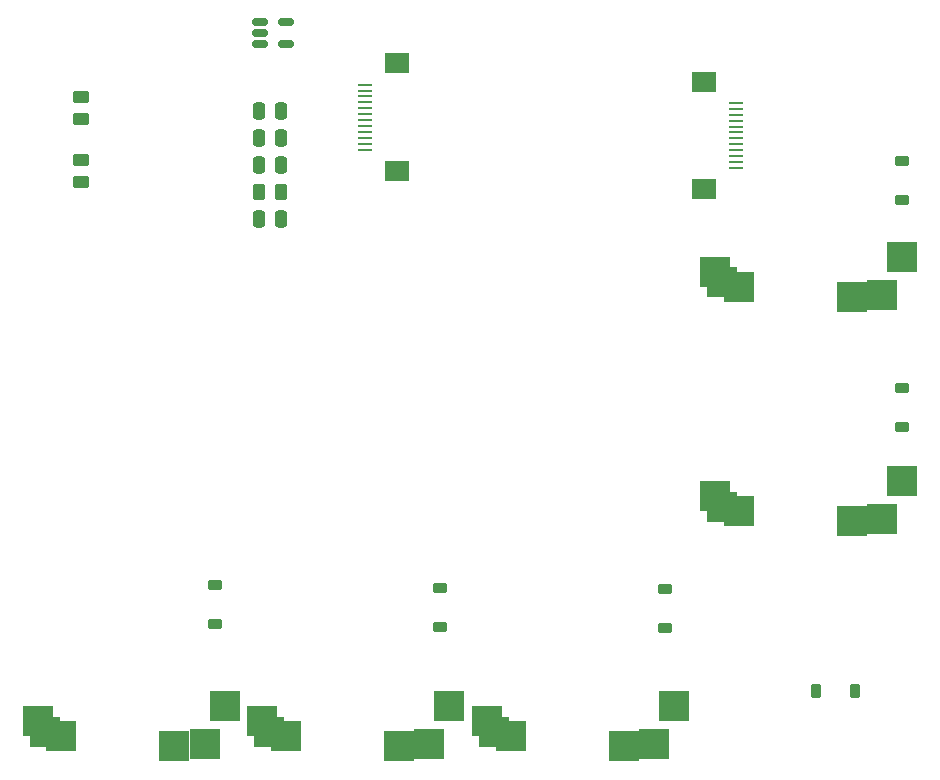
<source format=gbr>
%TF.GenerationSoftware,KiCad,Pcbnew,7.0.2*%
%TF.CreationDate,2024-04-19T05:30:35+02:00*%
%TF.ProjectId,Katkoot,4b61746b-6f6f-4742-9e6b-696361645f70,rev?*%
%TF.SameCoordinates,Original*%
%TF.FileFunction,Paste,Bot*%
%TF.FilePolarity,Positive*%
%FSLAX46Y46*%
G04 Gerber Fmt 4.6, Leading zero omitted, Abs format (unit mm)*
G04 Created by KiCad (PCBNEW 7.0.2) date 2024-04-19 05:30:35*
%MOMM*%
%LPD*%
G01*
G04 APERTURE LIST*
G04 Aperture macros list*
%AMRoundRect*
0 Rectangle with rounded corners*
0 $1 Rounding radius*
0 $2 $3 $4 $5 $6 $7 $8 $9 X,Y pos of 4 corners*
0 Add a 4 corners polygon primitive as box body*
4,1,4,$2,$3,$4,$5,$6,$7,$8,$9,$2,$3,0*
0 Add four circle primitives for the rounded corners*
1,1,$1+$1,$2,$3*
1,1,$1+$1,$4,$5*
1,1,$1+$1,$6,$7*
1,1,$1+$1,$8,$9*
0 Add four rect primitives between the rounded corners*
20,1,$1+$1,$2,$3,$4,$5,0*
20,1,$1+$1,$4,$5,$6,$7,0*
20,1,$1+$1,$6,$7,$8,$9,0*
20,1,$1+$1,$8,$9,$2,$3,0*%
G04 Aperture macros list end*
%ADD10R,2.600000X2.600000*%
%ADD11R,2.550000X2.500000*%
%ADD12RoundRect,0.250000X0.450000X-0.262500X0.450000X0.262500X-0.450000X0.262500X-0.450000X-0.262500X0*%
%ADD13R,1.250000X0.280000*%
%ADD14R,2.000000X1.800000*%
%ADD15RoundRect,0.225000X0.375000X-0.225000X0.375000X0.225000X-0.375000X0.225000X-0.375000X-0.225000X0*%
%ADD16RoundRect,0.250000X0.250000X0.475000X-0.250000X0.475000X-0.250000X-0.475000X0.250000X-0.475000X0*%
%ADD17RoundRect,0.250000X-0.250000X-0.475000X0.250000X-0.475000X0.250000X0.475000X-0.250000X0.475000X0*%
%ADD18RoundRect,0.250000X-0.262500X-0.450000X0.262500X-0.450000X0.262500X0.450000X-0.262500X0.450000X0*%
%ADD19RoundRect,0.225000X0.225000X0.375000X-0.225000X0.375000X-0.225000X-0.375000X0.225000X-0.375000X0*%
%ADD20RoundRect,0.250000X-0.450000X0.262500X-0.450000X-0.262500X0.450000X-0.262500X0.450000X0.262500X0*%
%ADD21RoundRect,0.150000X-0.512500X-0.150000X0.512500X-0.150000X0.512500X0.150000X-0.512500X0.150000X0*%
G04 APERTURE END LIST*
D10*
%TO.C,SW2*%
X185395000Y-72950000D03*
X185995000Y-73850000D03*
D11*
X187380000Y-74230000D03*
D10*
X196945000Y-75050000D03*
X199545000Y-74900000D03*
D11*
X201230000Y-71690000D03*
%TD*%
D10*
%TO.C,SW6*%
X147025000Y-111000000D03*
X147625000Y-111900000D03*
D11*
X149010000Y-112280000D03*
D10*
X158575000Y-113100000D03*
X161175000Y-112950000D03*
D11*
X162860000Y-109740000D03*
%TD*%
D10*
%TO.C,SW8*%
X166070000Y-111000000D03*
X166670000Y-111900000D03*
D11*
X168055000Y-112280000D03*
D10*
X177620000Y-113100000D03*
X180220000Y-112950000D03*
D11*
X181905000Y-109740000D03*
%TD*%
D10*
%TO.C,SW5*%
X128025000Y-111000000D03*
X128625000Y-111900000D03*
D11*
X130010000Y-112280000D03*
D10*
X139575000Y-113100000D03*
X142175000Y-112950000D03*
D11*
X143860000Y-109740000D03*
%TD*%
D10*
%TO.C,SW3*%
X185395000Y-91950000D03*
X185995000Y-92850000D03*
D11*
X187380000Y-93230000D03*
D10*
X196945000Y-94050000D03*
X199545000Y-93900000D03*
D11*
X201230000Y-90690000D03*
%TD*%
D12*
%TO.C,R1*%
X131684000Y-59990500D03*
X131684000Y-58165500D03*
%TD*%
D13*
%TO.C,J2*%
X155732000Y-57100000D03*
X155732000Y-57600000D03*
X155732000Y-58100000D03*
X155732000Y-58600000D03*
X155732000Y-59100000D03*
X155732000Y-59600000D03*
X155732000Y-60100000D03*
X155732000Y-60600000D03*
X155732000Y-61100000D03*
X155732000Y-61600000D03*
X155732000Y-62100000D03*
X155732000Y-62600000D03*
D14*
X158456000Y-64400000D03*
X158456000Y-55300000D03*
%TD*%
D15*
%TO.C,D5*%
X162052000Y-103046800D03*
X162052000Y-99746800D03*
%TD*%
D16*
%TO.C,C1*%
X148636000Y-63904000D03*
X146736000Y-63904000D03*
%TD*%
D15*
%TO.C,D7*%
X181102000Y-103097600D03*
X181102000Y-99797600D03*
%TD*%
%TO.C,D4*%
X143002000Y-102792800D03*
X143002000Y-99492800D03*
%TD*%
D13*
%TO.C,J1*%
X187124000Y-64150000D03*
X187124000Y-63650000D03*
X187124000Y-63150000D03*
X187124000Y-62650000D03*
X187124000Y-62150000D03*
X187124000Y-61650000D03*
X187124000Y-61150000D03*
X187124000Y-60650000D03*
X187124000Y-60150000D03*
X187124000Y-59650000D03*
X187124000Y-59150000D03*
X187124000Y-58650000D03*
D14*
X184400000Y-56850000D03*
X184400000Y-65950000D03*
%TD*%
D17*
%TO.C,C3*%
X146736000Y-59332000D03*
X148636000Y-59332000D03*
%TD*%
D18*
%TO.C,R2*%
X146773500Y-66190000D03*
X148598500Y-66190000D03*
%TD*%
D19*
%TO.C,D8*%
X197250000Y-108450000D03*
X193950000Y-108450000D03*
%TD*%
D15*
%TO.C,D2*%
X201218800Y-86079600D03*
X201218800Y-82779600D03*
%TD*%
D20*
%TO.C,R3*%
X131684000Y-63499500D03*
X131684000Y-65324500D03*
%TD*%
D16*
%TO.C,C2*%
X148636000Y-68476000D03*
X146736000Y-68476000D03*
%TD*%
D21*
%TO.C,U1*%
X146802500Y-53678000D03*
X146802500Y-52728000D03*
X146802500Y-51778000D03*
X149077500Y-51778000D03*
X149077500Y-53678000D03*
%TD*%
D15*
%TO.C,D1*%
X201168000Y-66877200D03*
X201168000Y-63577200D03*
%TD*%
D16*
%TO.C,C4*%
X148636000Y-61618000D03*
X146736000Y-61618000D03*
%TD*%
M02*

</source>
